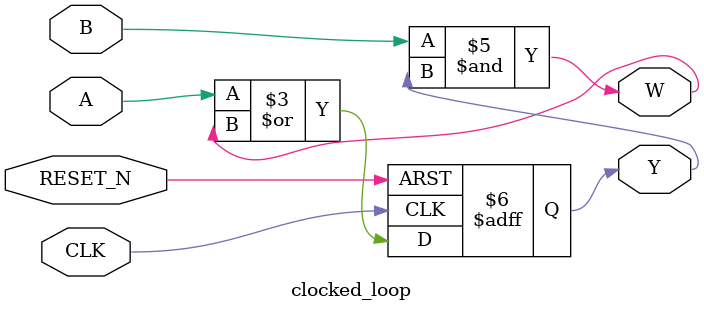
<source format=v>
module clocked_loop (A,B,CLK,RESET_N,Y,W); 
   input  A,B,CLK,RESET_N;
   output Y,W; 
   reg Y,W;

   always@(posedge CLK or negedge RESET_N) 
   begin
      if (! RESET_N)
         Y <= 1'b0;
      else
         Y <= A | W;
   end

   always@(B or Y) W = B & Y;

endmodule

</source>
